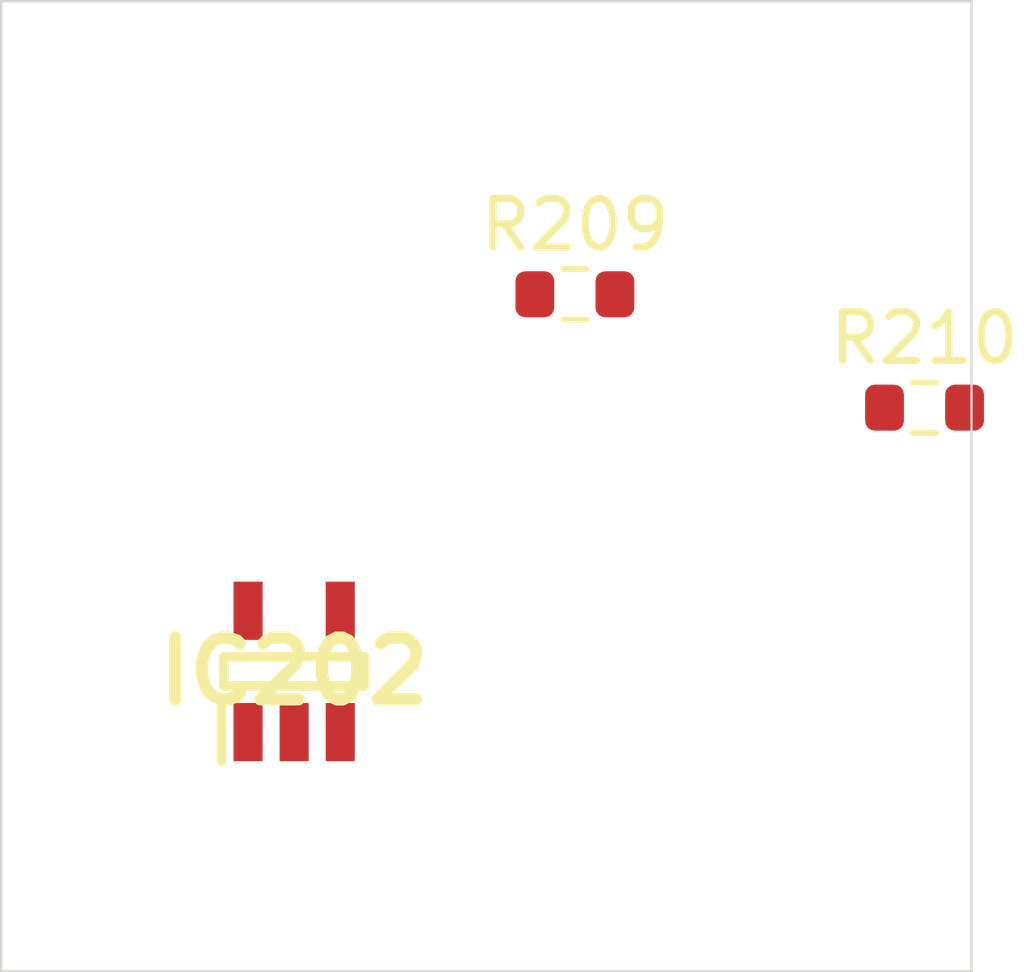
<source format=kicad_pcb>
 ( kicad_pcb  ( version 20171130 )
 ( host pcbnew 5.1.12-84ad8e8a86~92~ubuntu18.04.1 )
 ( general  ( thickness 1.6 )
 ( drawings 4 )
 ( tracks 0 )
 ( zones 0 )
 ( modules 3 )
 ( nets 5 )
)
 ( page A4 )
 ( layers  ( 0 F.Cu signal )
 ( 31 B.Cu signal )
 ( 32 B.Adhes user )
 ( 33 F.Adhes user )
 ( 34 B.Paste user )
 ( 35 F.Paste user )
 ( 36 B.SilkS user )
 ( 37 F.SilkS user )
 ( 38 B.Mask user )
 ( 39 F.Mask user )
 ( 40 Dwgs.User user )
 ( 41 Cmts.User user )
 ( 42 Eco1.User user )
 ( 43 Eco2.User user )
 ( 44 Edge.Cuts user )
 ( 45 Margin user )
 ( 46 B.CrtYd user )
 ( 47 F.CrtYd user )
 ( 48 B.Fab user )
 ( 49 F.Fab user )
)
 ( setup  ( last_trace_width 0.25 )
 ( trace_clearance 0.2 )
 ( zone_clearance 0.508 )
 ( zone_45_only no )
 ( trace_min 0.2 )
 ( via_size 0.8 )
 ( via_drill 0.4 )
 ( via_min_size 0.4 )
 ( via_min_drill 0.3 )
 ( uvia_size 0.3 )
 ( uvia_drill 0.1 )
 ( uvias_allowed no )
 ( uvia_min_size 0.2 )
 ( uvia_min_drill 0.1 )
 ( edge_width 0.05 )
 ( segment_width 0.2 )
 ( pcb_text_width 0.3 )
 ( pcb_text_size 1.5 1.5 )
 ( mod_edge_width 0.12 )
 ( mod_text_size 1 1 )
 ( mod_text_width 0.15 )
 ( pad_size 1.524 1.524 )
 ( pad_drill 0.762 )
 ( pad_to_mask_clearance 0 )
 ( aux_axis_origin 0 0 )
 ( visible_elements FFFFFF7F )
 ( pcbplotparams  ( layerselection 0x010fc_ffffffff )
 ( usegerberextensions false )
 ( usegerberattributes true )
 ( usegerberadvancedattributes true )
 ( creategerberjobfile true )
 ( excludeedgelayer true )
 ( linewidth 0.100000 )
 ( plotframeref false )
 ( viasonmask false )
 ( mode 1 )
 ( useauxorigin false )
 ( hpglpennumber 1 )
 ( hpglpenspeed 20 )
 ( hpglpendiameter 15.000000 )
 ( psnegative false )
 ( psa4output false )
 ( plotreference true )
 ( plotvalue true )
 ( plotinvisibletext false )
 ( padsonsilk false )
 ( subtractmaskfromsilk false )
 ( outputformat 1 )
 ( mirror false )
 ( drillshape 1 )
 ( scaleselection 1 )
 ( outputdirectory "" )
)
)
 ( net 0 "" )
 ( net 1 GND )
 ( net 2 VDDA )
 ( net 3 /Sheet6235D886/vp )
 ( net 4 "Net-(IC202-Pad3)" )
 ( net_class Default "This is the default net class."  ( clearance 0.2 )
 ( trace_width 0.25 )
 ( via_dia 0.8 )
 ( via_drill 0.4 )
 ( uvia_dia 0.3 )
 ( uvia_drill 0.1 )
 ( add_net /Sheet6235D886/vp )
 ( add_net GND )
 ( add_net "Net-(IC202-Pad3)" )
 ( add_net VDDA )
)
 ( module SOT95P280X145-5N locked  ( layer F.Cu )
 ( tedit 62336ED7 )
 ( tstamp 623423ED )
 ( at 86.038900 113.815000 90.000000 )
 ( descr DBV0005A )
 ( tags "Integrated Circuit" )
 ( path /6235D887/6266C08E )
 ( attr smd )
 ( fp_text reference IC202  ( at 0 0 )
 ( layer F.SilkS )
 ( effects  ( font  ( size 1.27 1.27 )
 ( thickness 0.254 )
)
)
)
 ( fp_text value TL071HIDBVR  ( at 0 0 )
 ( layer F.SilkS )
hide  ( effects  ( font  ( size 1.27 1.27 )
 ( thickness 0.254 )
)
)
)
 ( fp_line  ( start -1.85 -1.5 )
 ( end -0.65 -1.5 )
 ( layer F.SilkS )
 ( width 0.2 )
)
 ( fp_line  ( start -0.3 1.45 )
 ( end -0.3 -1.45 )
 ( layer F.SilkS )
 ( width 0.2 )
)
 ( fp_line  ( start 0.3 1.45 )
 ( end -0.3 1.45 )
 ( layer F.SilkS )
 ( width 0.2 )
)
 ( fp_line  ( start 0.3 -1.45 )
 ( end 0.3 1.45 )
 ( layer F.SilkS )
 ( width 0.2 )
)
 ( fp_line  ( start -0.3 -1.45 )
 ( end 0.3 -1.45 )
 ( layer F.SilkS )
 ( width 0.2 )
)
 ( fp_line  ( start -0.8 -0.5 )
 ( end 0.15 -1.45 )
 ( layer Dwgs.User )
 ( width 0.1 )
)
 ( fp_line  ( start -0.8 1.45 )
 ( end -0.8 -1.45 )
 ( layer Dwgs.User )
 ( width 0.1 )
)
 ( fp_line  ( start 0.8 1.45 )
 ( end -0.8 1.45 )
 ( layer Dwgs.User )
 ( width 0.1 )
)
 ( fp_line  ( start 0.8 -1.45 )
 ( end 0.8 1.45 )
 ( layer Dwgs.User )
 ( width 0.1 )
)
 ( fp_line  ( start -0.8 -1.45 )
 ( end 0.8 -1.45 )
 ( layer Dwgs.User )
 ( width 0.1 )
)
 ( fp_line  ( start -2.1 1.775 )
 ( end -2.1 -1.775 )
 ( layer Dwgs.User )
 ( width 0.05 )
)
 ( fp_line  ( start 2.1 1.775 )
 ( end -2.1 1.775 )
 ( layer Dwgs.User )
 ( width 0.05 )
)
 ( fp_line  ( start 2.1 -1.775 )
 ( end 2.1 1.775 )
 ( layer Dwgs.User )
 ( width 0.05 )
)
 ( fp_line  ( start -2.1 -1.775 )
 ( end 2.1 -1.775 )
 ( layer Dwgs.User )
 ( width 0.05 )
)
 ( pad 1 smd rect  ( at -1.25 -0.95 180.000000 )
 ( size 0.6 1.2 )
 ( layers F.Cu F.Mask F.Paste )
 ( net 3 /Sheet6235D886/vp )
)
 ( pad 2 smd rect  ( at -1.25 0 180.000000 )
 ( size 0.6 1.2 )
 ( layers F.Cu F.Mask F.Paste )
 ( net 1 GND )
)
 ( pad 3 smd rect  ( at -1.25 0.95 180.000000 )
 ( size 0.6 1.2 )
 ( layers F.Cu F.Mask F.Paste )
 ( net 4 "Net-(IC202-Pad3)" )
)
 ( pad 4 smd rect  ( at 1.25 0.95 180.000000 )
 ( size 0.6 1.2 )
 ( layers F.Cu F.Mask F.Paste )
 ( net 3 /Sheet6235D886/vp )
)
 ( pad 5 smd rect  ( at 1.25 -0.95 180.000000 )
 ( size 0.6 1.2 )
 ( layers F.Cu F.Mask F.Paste )
 ( net 2 VDDA )
)
)
 ( module Resistor_SMD:R_0603_1608Metric  ( layer F.Cu )
 ( tedit 5F68FEEE )
 ( tstamp 62342595 )
 ( at 91.824900 106.041000 )
 ( descr "Resistor SMD 0603 (1608 Metric), square (rectangular) end terminal, IPC_7351 nominal, (Body size source: IPC-SM-782 page 72, https://www.pcb-3d.com/wordpress/wp-content/uploads/ipc-sm-782a_amendment_1_and_2.pdf), generated with kicad-footprint-generator" )
 ( tags resistor )
 ( path /6235D887/623CDBD9 )
 ( attr smd )
 ( fp_text reference R209  ( at 0 -1.43 )
 ( layer F.SilkS )
 ( effects  ( font  ( size 1 1 )
 ( thickness 0.15 )
)
)
)
 ( fp_text value 100k  ( at 0 1.43 )
 ( layer F.Fab )
 ( effects  ( font  ( size 1 1 )
 ( thickness 0.15 )
)
)
)
 ( fp_line  ( start -0.8 0.4125 )
 ( end -0.8 -0.4125 )
 ( layer F.Fab )
 ( width 0.1 )
)
 ( fp_line  ( start -0.8 -0.4125 )
 ( end 0.8 -0.4125 )
 ( layer F.Fab )
 ( width 0.1 )
)
 ( fp_line  ( start 0.8 -0.4125 )
 ( end 0.8 0.4125 )
 ( layer F.Fab )
 ( width 0.1 )
)
 ( fp_line  ( start 0.8 0.4125 )
 ( end -0.8 0.4125 )
 ( layer F.Fab )
 ( width 0.1 )
)
 ( fp_line  ( start -0.237258 -0.5225 )
 ( end 0.237258 -0.5225 )
 ( layer F.SilkS )
 ( width 0.12 )
)
 ( fp_line  ( start -0.237258 0.5225 )
 ( end 0.237258 0.5225 )
 ( layer F.SilkS )
 ( width 0.12 )
)
 ( fp_line  ( start -1.48 0.73 )
 ( end -1.48 -0.73 )
 ( layer F.CrtYd )
 ( width 0.05 )
)
 ( fp_line  ( start -1.48 -0.73 )
 ( end 1.48 -0.73 )
 ( layer F.CrtYd )
 ( width 0.05 )
)
 ( fp_line  ( start 1.48 -0.73 )
 ( end 1.48 0.73 )
 ( layer F.CrtYd )
 ( width 0.05 )
)
 ( fp_line  ( start 1.48 0.73 )
 ( end -1.48 0.73 )
 ( layer F.CrtYd )
 ( width 0.05 )
)
 ( fp_text user %R  ( at 0 0 )
 ( layer F.Fab )
 ( effects  ( font  ( size 0.4 0.4 )
 ( thickness 0.06 )
)
)
)
 ( pad 1 smd roundrect  ( at -0.825 0 )
 ( size 0.8 0.95 )
 ( layers F.Cu F.Mask F.Paste )
 ( roundrect_rratio 0.25 )
 ( net 2 VDDA )
)
 ( pad 2 smd roundrect  ( at 0.825 0 )
 ( size 0.8 0.95 )
 ( layers F.Cu F.Mask F.Paste )
 ( roundrect_rratio 0.25 )
 ( net 4 "Net-(IC202-Pad3)" )
)
 ( model ${KISYS3DMOD}/Resistor_SMD.3dshapes/R_0603_1608Metric.wrl  ( at  ( xyz 0 0 0 )
)
 ( scale  ( xyz 1 1 1 )
)
 ( rotate  ( xyz 0 0 0 )
)
)
)
 ( module Resistor_SMD:R_0603_1608Metric  ( layer F.Cu )
 ( tedit 5F68FEEE )
 ( tstamp 623425A6 )
 ( at 99.032600 108.378000 )
 ( descr "Resistor SMD 0603 (1608 Metric), square (rectangular) end terminal, IPC_7351 nominal, (Body size source: IPC-SM-782 page 72, https://www.pcb-3d.com/wordpress/wp-content/uploads/ipc-sm-782a_amendment_1_and_2.pdf), generated with kicad-footprint-generator" )
 ( tags resistor )
 ( path /6235D887/623CDBDF )
 ( attr smd )
 ( fp_text reference R210  ( at 0 -1.43 )
 ( layer F.SilkS )
 ( effects  ( font  ( size 1 1 )
 ( thickness 0.15 )
)
)
)
 ( fp_text value 100k  ( at 0 1.43 )
 ( layer F.Fab )
 ( effects  ( font  ( size 1 1 )
 ( thickness 0.15 )
)
)
)
 ( fp_line  ( start 1.48 0.73 )
 ( end -1.48 0.73 )
 ( layer F.CrtYd )
 ( width 0.05 )
)
 ( fp_line  ( start 1.48 -0.73 )
 ( end 1.48 0.73 )
 ( layer F.CrtYd )
 ( width 0.05 )
)
 ( fp_line  ( start -1.48 -0.73 )
 ( end 1.48 -0.73 )
 ( layer F.CrtYd )
 ( width 0.05 )
)
 ( fp_line  ( start -1.48 0.73 )
 ( end -1.48 -0.73 )
 ( layer F.CrtYd )
 ( width 0.05 )
)
 ( fp_line  ( start -0.237258 0.5225 )
 ( end 0.237258 0.5225 )
 ( layer F.SilkS )
 ( width 0.12 )
)
 ( fp_line  ( start -0.237258 -0.5225 )
 ( end 0.237258 -0.5225 )
 ( layer F.SilkS )
 ( width 0.12 )
)
 ( fp_line  ( start 0.8 0.4125 )
 ( end -0.8 0.4125 )
 ( layer F.Fab )
 ( width 0.1 )
)
 ( fp_line  ( start 0.8 -0.4125 )
 ( end 0.8 0.4125 )
 ( layer F.Fab )
 ( width 0.1 )
)
 ( fp_line  ( start -0.8 -0.4125 )
 ( end 0.8 -0.4125 )
 ( layer F.Fab )
 ( width 0.1 )
)
 ( fp_line  ( start -0.8 0.4125 )
 ( end -0.8 -0.4125 )
 ( layer F.Fab )
 ( width 0.1 )
)
 ( fp_text user %R  ( at 0 0 )
 ( layer F.Fab )
 ( effects  ( font  ( size 0.4 0.4 )
 ( thickness 0.06 )
)
)
)
 ( pad 2 smd roundrect  ( at 0.825 0 )
 ( size 0.8 0.95 )
 ( layers F.Cu F.Mask F.Paste )
 ( roundrect_rratio 0.25 )
 ( net 1 GND )
)
 ( pad 1 smd roundrect  ( at -0.825 0 )
 ( size 0.8 0.95 )
 ( layers F.Cu F.Mask F.Paste )
 ( roundrect_rratio 0.25 )
 ( net 4 "Net-(IC202-Pad3)" )
)
 ( model ${KISYS3DMOD}/Resistor_SMD.3dshapes/R_0603_1608Metric.wrl  ( at  ( xyz 0 0 0 )
)
 ( scale  ( xyz 1 1 1 )
)
 ( rotate  ( xyz 0 0 0 )
)
)
)
 ( gr_line  ( start 100 100 )
 ( end 100 120 )
 ( layer Edge.Cuts )
 ( width 0.05 )
 ( tstamp 62E770C4 )
)
 ( gr_line  ( start 80 120 )
 ( end 100 120 )
 ( layer Edge.Cuts )
 ( width 0.05 )
 ( tstamp 62E770C0 )
)
 ( gr_line  ( start 80 100 )
 ( end 100 100 )
 ( layer Edge.Cuts )
 ( width 0.05 )
 ( tstamp 6234110C )
)
 ( gr_line  ( start 80 100 )
 ( end 80 120 )
 ( layer Edge.Cuts )
 ( width 0.05 )
)
)

</source>
